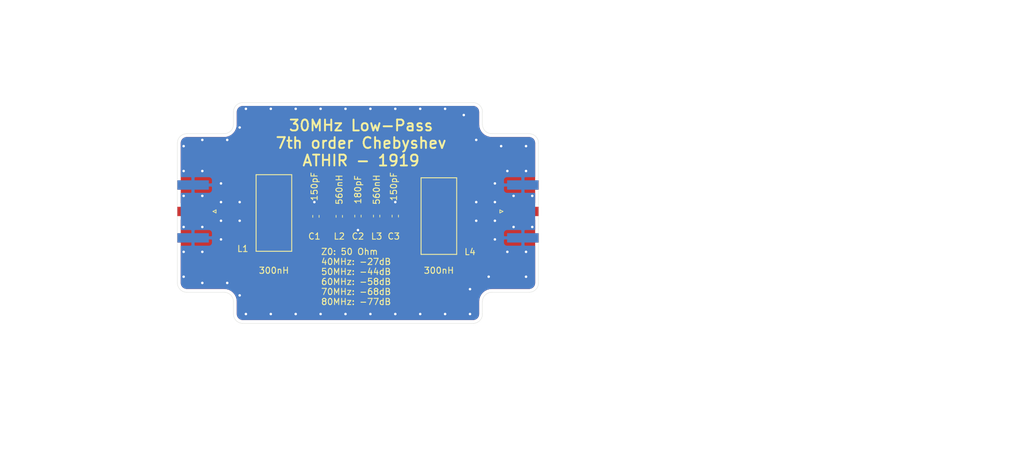
<source format=kicad_pcb>
(kicad_pcb (version 20171130) (host pcbnew "(5.1.0)-1")

  (general
    (thickness 1.6)
    (drawings 26)
    (tracks 87)
    (zones 0)
    (modules 9)
    (nets 7)
  )

  (page A4)
  (layers
    (0 F.Cu signal)
    (31 B.Cu signal)
    (32 B.Adhes user)
    (33 F.Adhes user)
    (34 B.Paste user)
    (35 F.Paste user)
    (36 B.SilkS user)
    (37 F.SilkS user)
    (38 B.Mask user)
    (39 F.Mask user)
    (40 Dwgs.User user)
    (41 Cmts.User user)
    (42 Eco1.User user)
    (43 Eco2.User user)
    (44 Edge.Cuts user)
    (45 Margin user)
    (46 B.CrtYd user)
    (47 F.CrtYd user)
    (48 B.Fab user)
    (49 F.Fab user)
  )

  (setup
    (last_trace_width 0.25)
    (trace_clearance 0.2)
    (zone_clearance 0.508)
    (zone_45_only no)
    (trace_min 0.2)
    (via_size 0.8)
    (via_drill 0.4)
    (via_min_size 0.4)
    (via_min_drill 0.3)
    (uvia_size 0.3)
    (uvia_drill 0.1)
    (uvias_allowed no)
    (uvia_min_size 0.2)
    (uvia_min_drill 0.1)
    (edge_width 0.05)
    (segment_width 0.2)
    (pcb_text_width 0.3)
    (pcb_text_size 1.5 1.5)
    (mod_edge_width 0.12)
    (mod_text_size 1 1)
    (mod_text_width 0.15)
    (pad_size 1.524 1.524)
    (pad_drill 0.762)
    (pad_to_mask_clearance 0.051)
    (solder_mask_min_width 0.25)
    (aux_axis_origin 116 95)
    (visible_elements 7FFFFFFF)
    (pcbplotparams
      (layerselection 0x010fc_ffffffff)
      (usegerberextensions true)
      (usegerberattributes false)
      (usegerberadvancedattributes false)
      (creategerberjobfile false)
      (excludeedgelayer true)
      (linewidth 0.100000)
      (plotframeref false)
      (viasonmask false)
      (mode 1)
      (useauxorigin false)
      (hpglpennumber 1)
      (hpglpenspeed 20)
      (hpglpendiameter 15.000000)
      (psnegative false)
      (psa4output false)
      (plotreference true)
      (plotvalue true)
      (plotinvisibletext false)
      (padsonsilk false)
      (subtractmaskfromsilk false)
      (outputformat 1)
      (mirror false)
      (drillshape 0)
      (scaleselection 1)
      (outputdirectory "Gerbers - Rev 1 - 1919/"))
  )

  (net 0 "")
  (net 1 GND)
  (net 2 "Net-(C1-Pad1)")
  (net 3 "Net-(C2-Pad1)")
  (net 4 "Net-(C3-Pad1)")
  (net 5 "Net-(J1-Pad1)")
  (net 6 "Net-(J2-Pad1)")

  (net_class Default "This is the default net class."
    (clearance 0.2)
    (trace_width 0.25)
    (via_dia 0.8)
    (via_drill 0.4)
    (uvia_dia 0.3)
    (uvia_drill 0.1)
    (add_net GND)
    (add_net "Net-(C1-Pad1)")
    (add_net "Net-(C2-Pad1)")
    (add_net "Net-(C3-Pad1)")
    (add_net "Net-(J1-Pad1)")
    (add_net "Net-(J2-Pad1)")
  )

  (module athir:2222SQ-301 (layer F.Cu) (tedit 5CD458BA) (tstamp 5CD36AAD)
    (at 158 113.25 270)
    (path /5CD4408D)
    (fp_text reference L4 (at 5.75 -5) (layer F.SilkS)
      (effects (font (size 1 1) (thickness 0.15)))
    )
    (fp_text value 300nH (at 8.75 0) (layer F.SilkS)
      (effects (font (size 1 1) (thickness 0.15)))
    )
    (fp_line (start -6.1605 2.86) (end 6.1605 2.86) (layer F.SilkS) (width 0.15))
    (fp_line (start 6.1605 -2.86) (end -6.1605 -2.86) (layer F.SilkS) (width 0.15))
    (fp_line (start -6.1605 2.86) (end -6.1605 -2.86) (layer F.SilkS) (width 0.15))
    (fp_line (start 6.1605 2.86) (end 6.1605 -2.86) (layer F.SilkS) (width 0.15))
    (pad 2 smd rect (at -5.59 0 270) (size 2.16 6.73) (layers F.Cu F.Paste F.Mask)
      (net 6 "Net-(J2-Pad1)"))
    (pad 1 smd rect (at 5.59 0 270) (size 2.16 6.73) (layers F.Cu F.Paste F.Mask)
      (net 4 "Net-(C3-Pad1)"))
    (model ${ATHIR}/athir.pretty/Coilcraft-2222SQ-301.STEP
      (offset (xyz -5.5 0 4))
      (scale (xyz 1 1 1))
      (rotate (xyz -90 0 90))
    )
  )

  (module athir:2222SQ-301 (layer F.Cu) (tedit 5CD458BA) (tstamp 5CD368EE)
    (at 131.5 112.75 90)
    (path /5CD3E1FB)
    (fp_text reference L1 (at -5.75 -5 180) (layer F.SilkS)
      (effects (font (size 1 1) (thickness 0.15)))
    )
    (fp_text value 300nH (at -9.25 0 180) (layer F.SilkS)
      (effects (font (size 1 1) (thickness 0.15)))
    )
    (fp_line (start -6.1605 2.86) (end 6.1605 2.86) (layer F.SilkS) (width 0.15))
    (fp_line (start 6.1605 -2.86) (end -6.1605 -2.86) (layer F.SilkS) (width 0.15))
    (fp_line (start -6.1605 2.86) (end -6.1605 -2.86) (layer F.SilkS) (width 0.15))
    (fp_line (start 6.1605 2.86) (end 6.1605 -2.86) (layer F.SilkS) (width 0.15))
    (pad 2 smd rect (at -5.59 0 90) (size 2.16 6.73) (layers F.Cu F.Paste F.Mask)
      (net 2 "Net-(C1-Pad1)"))
    (pad 1 smd rect (at 5.59 0 90) (size 2.16 6.73) (layers F.Cu F.Paste F.Mask)
      (net 5 "Net-(J1-Pad1)"))
    (model ${ATHIR}/athir.pretty/Coilcraft-2222SQ-301.STEP
      (offset (xyz -5.5 0 4))
      (scale (xyz 1 1 1))
      (rotate (xyz -90 0 90))
    )
  )

  (module Inductor_SMD:L_0603_1608Metric (layer F.Cu) (tedit 5B301BBE) (tstamp 5CD36910)
    (at 148 113.25 270)
    (descr "Inductor SMD 0603 (1608 Metric), square (rectangular) end terminal, IPC_7351 nominal, (Body size source: http://www.tortai-tech.com/upload/download/2011102023233369053.pdf), generated with kicad-footprint-generator")
    (tags inductor)
    (path /5CD45D27)
    (attr smd)
    (fp_text reference L3 (at 3.25 0) (layer F.SilkS)
      (effects (font (size 1 1) (thickness 0.15)))
    )
    (fp_text value 560nH (at -4.25 0 270) (layer F.SilkS)
      (effects (font (size 1 1) (thickness 0.15)))
    )
    (fp_text user %R (at 0 0 270) (layer F.Fab)
      (effects (font (size 0.4 0.4) (thickness 0.06)))
    )
    (fp_line (start 1.48 0.73) (end -1.48 0.73) (layer F.CrtYd) (width 0.05))
    (fp_line (start 1.48 -0.73) (end 1.48 0.73) (layer F.CrtYd) (width 0.05))
    (fp_line (start -1.48 -0.73) (end 1.48 -0.73) (layer F.CrtYd) (width 0.05))
    (fp_line (start -1.48 0.73) (end -1.48 -0.73) (layer F.CrtYd) (width 0.05))
    (fp_line (start -0.162779 0.51) (end 0.162779 0.51) (layer F.SilkS) (width 0.12))
    (fp_line (start -0.162779 -0.51) (end 0.162779 -0.51) (layer F.SilkS) (width 0.12))
    (fp_line (start 0.8 0.4) (end -0.8 0.4) (layer F.Fab) (width 0.1))
    (fp_line (start 0.8 -0.4) (end 0.8 0.4) (layer F.Fab) (width 0.1))
    (fp_line (start -0.8 -0.4) (end 0.8 -0.4) (layer F.Fab) (width 0.1))
    (fp_line (start -0.8 0.4) (end -0.8 -0.4) (layer F.Fab) (width 0.1))
    (pad 2 smd roundrect (at 0.7875 0 270) (size 0.875 0.95) (layers F.Cu F.Paste F.Mask) (roundrect_rratio 0.25)
      (net 4 "Net-(C3-Pad1)"))
    (pad 1 smd roundrect (at -0.7875 0 270) (size 0.875 0.95) (layers F.Cu F.Paste F.Mask) (roundrect_rratio 0.25)
      (net 3 "Net-(C2-Pad1)"))
    (model ${KISYS3DMOD}/Inductor_SMD.3dshapes/L_0603_1608Metric.wrl
      (at (xyz 0 0 0))
      (scale (xyz 1 1 1))
      (rotate (xyz 0 0 0))
    )
  )

  (module Inductor_SMD:L_0603_1608Metric (layer F.Cu) (tedit 5B301BBE) (tstamp 5CD368FF)
    (at 142 113.2875 90)
    (descr "Inductor SMD 0603 (1608 Metric), square (rectangular) end terminal, IPC_7351 nominal, (Body size source: http://www.tortai-tech.com/upload/download/2011102023233369053.pdf), generated with kicad-footprint-generator")
    (tags inductor)
    (path /5CD4502B)
    (attr smd)
    (fp_text reference L2 (at -3.2125 0 180) (layer F.SilkS)
      (effects (font (size 1 1) (thickness 0.15)))
    )
    (fp_text value 560nH (at 4.2875 0 270) (layer F.SilkS)
      (effects (font (size 1 1) (thickness 0.15)))
    )
    (fp_text user %R (at 0 0 90) (layer F.Fab)
      (effects (font (size 0.4 0.4) (thickness 0.06)))
    )
    (fp_line (start 1.48 0.73) (end -1.48 0.73) (layer F.CrtYd) (width 0.05))
    (fp_line (start 1.48 -0.73) (end 1.48 0.73) (layer F.CrtYd) (width 0.05))
    (fp_line (start -1.48 -0.73) (end 1.48 -0.73) (layer F.CrtYd) (width 0.05))
    (fp_line (start -1.48 0.73) (end -1.48 -0.73) (layer F.CrtYd) (width 0.05))
    (fp_line (start -0.162779 0.51) (end 0.162779 0.51) (layer F.SilkS) (width 0.12))
    (fp_line (start -0.162779 -0.51) (end 0.162779 -0.51) (layer F.SilkS) (width 0.12))
    (fp_line (start 0.8 0.4) (end -0.8 0.4) (layer F.Fab) (width 0.1))
    (fp_line (start 0.8 -0.4) (end 0.8 0.4) (layer F.Fab) (width 0.1))
    (fp_line (start -0.8 -0.4) (end 0.8 -0.4) (layer F.Fab) (width 0.1))
    (fp_line (start -0.8 0.4) (end -0.8 -0.4) (layer F.Fab) (width 0.1))
    (pad 2 smd roundrect (at 0.7875 0 90) (size 0.875 0.95) (layers F.Cu F.Paste F.Mask) (roundrect_rratio 0.25)
      (net 3 "Net-(C2-Pad1)"))
    (pad 1 smd roundrect (at -0.7875 0 90) (size 0.875 0.95) (layers F.Cu F.Paste F.Mask) (roundrect_rratio 0.25)
      (net 2 "Net-(C1-Pad1)"))
    (model ${KISYS3DMOD}/Inductor_SMD.3dshapes/L_0603_1608Metric.wrl
      (at (xyz 0 0 0))
      (scale (xyz 1 1 1))
      (rotate (xyz 0 0 0))
    )
  )

  (module Connector_Coaxial:SMA_Amphenol_132289_EdgeMount (layer F.Cu) (tedit 5A1C1810) (tstamp 5CD368E4)
    (at 171.5 112.5)
    (descr http://www.amphenolrf.com/132289.html)
    (tags SMA)
    (path /5CD39762)
    (attr smd)
    (fp_text reference J2 (at -3.96 -3 90) (layer F.SilkS) hide
      (effects (font (size 1 1) (thickness 0.15)))
    )
    (fp_text value Conn_Coaxial (at 5 6) (layer F.Fab)
      (effects (font (size 1 1) (thickness 0.15)))
    )
    (fp_line (start -1.91 5.08) (end 4.445 5.08) (layer F.Fab) (width 0.1))
    (fp_line (start -1.91 3.81) (end -1.91 5.08) (layer F.Fab) (width 0.1))
    (fp_line (start 2.54 3.81) (end -1.91 3.81) (layer F.Fab) (width 0.1))
    (fp_line (start 2.54 -3.81) (end 2.54 3.81) (layer F.Fab) (width 0.1))
    (fp_line (start -1.91 -3.81) (end 2.54 -3.81) (layer F.Fab) (width 0.1))
    (fp_line (start -1.91 -5.08) (end -1.91 -3.81) (layer F.Fab) (width 0.1))
    (fp_line (start -1.91 -5.08) (end 4.445 -5.08) (layer F.Fab) (width 0.1))
    (fp_line (start 4.445 -3.81) (end 4.445 -5.08) (layer F.Fab) (width 0.1))
    (fp_line (start 4.445 5.08) (end 4.445 3.81) (layer F.Fab) (width 0.1))
    (fp_line (start 13.97 3.81) (end 4.445 3.81) (layer F.Fab) (width 0.1))
    (fp_line (start 13.97 -3.81) (end 13.97 3.81) (layer F.Fab) (width 0.1))
    (fp_line (start 4.445 -3.81) (end 13.97 -3.81) (layer F.Fab) (width 0.1))
    (fp_line (start -3.04 5.58) (end -3.04 -5.58) (layer B.CrtYd) (width 0.05))
    (fp_line (start 14.47 5.58) (end -3.04 5.58) (layer B.CrtYd) (width 0.05))
    (fp_line (start 14.47 -5.58) (end 14.47 5.58) (layer B.CrtYd) (width 0.05))
    (fp_line (start 14.47 -5.58) (end -3.04 -5.58) (layer B.CrtYd) (width 0.05))
    (fp_line (start -3.04 5.58) (end -3.04 -5.58) (layer F.CrtYd) (width 0.05))
    (fp_line (start 14.47 5.58) (end -3.04 5.58) (layer F.CrtYd) (width 0.05))
    (fp_line (start 14.47 -5.58) (end 14.47 5.58) (layer F.CrtYd) (width 0.05))
    (fp_line (start 14.47 -5.58) (end -3.04 -5.58) (layer F.CrtYd) (width 0.05))
    (fp_text user %R (at 4.79 0 270) (layer F.Fab)
      (effects (font (size 1 1) (thickness 0.15)))
    )
    (fp_line (start 2.54 -0.75) (end 3.54 0) (layer F.Fab) (width 0.1))
    (fp_line (start 3.54 0) (end 2.54 0.75) (layer F.Fab) (width 0.1))
    (fp_line (start -3.21 0) (end -3.71 -0.25) (layer F.SilkS) (width 0.12))
    (fp_line (start -3.71 -0.25) (end -3.71 0.25) (layer F.SilkS) (width 0.12))
    (fp_line (start -3.71 0.25) (end -3.21 0) (layer F.SilkS) (width 0.12))
    (pad 1 smd rect (at 0 0 90) (size 1.5 5.08) (layers F.Cu F.Paste F.Mask)
      (net 6 "Net-(J2-Pad1)"))
    (pad 2 smd rect (at 0 -4.25 90) (size 1.5 5.08) (layers F.Cu F.Paste F.Mask)
      (net 1 GND))
    (pad 2 smd rect (at 0 4.25 90) (size 1.5 5.08) (layers F.Cu F.Paste F.Mask)
      (net 1 GND))
    (pad 2 smd rect (at 0 -4.25 90) (size 1.5 5.08) (layers B.Cu B.Paste B.Mask)
      (net 1 GND))
    (pad 2 smd rect (at 0 4.25 90) (size 1.5 5.08) (layers B.Cu B.Paste B.Mask)
      (net 1 GND))
    (model ${KISYS3DMOD}/Connector_Coaxial.3dshapes/SMA_Amphenol_132289_EdgeMount.wrl
      (at (xyz 0 0 0))
      (scale (xyz 1 1 1))
      (rotate (xyz 0 0 0))
    )
    (model C:/Gits/rf-receiver/Hardware/sma4.x3d
      (offset (xyz 3.5 0 0))
      (scale (xyz 1 1 1))
      (rotate (xyz 0 0 0))
    )
  )

  (module Connector_Coaxial:SMA_Amphenol_132289_EdgeMount (layer F.Cu) (tedit 5A1C1810) (tstamp 5CD5ACA9)
    (at 118.5 112.5 180)
    (descr http://www.amphenolrf.com/132289.html)
    (tags SMA)
    (path /5CD3A321)
    (attr smd)
    (fp_text reference J1 (at -3.96 -3 270) (layer F.SilkS) hide
      (effects (font (size 1 1) (thickness 0.15)))
    )
    (fp_text value Conn_Coaxial (at 5 6 180) (layer F.Fab)
      (effects (font (size 1 1) (thickness 0.15)))
    )
    (fp_line (start -1.91 5.08) (end 4.445 5.08) (layer F.Fab) (width 0.1))
    (fp_line (start -1.91 3.81) (end -1.91 5.08) (layer F.Fab) (width 0.1))
    (fp_line (start 2.54 3.81) (end -1.91 3.81) (layer F.Fab) (width 0.1))
    (fp_line (start 2.54 -3.81) (end 2.54 3.81) (layer F.Fab) (width 0.1))
    (fp_line (start -1.91 -3.81) (end 2.54 -3.81) (layer F.Fab) (width 0.1))
    (fp_line (start -1.91 -5.08) (end -1.91 -3.81) (layer F.Fab) (width 0.1))
    (fp_line (start -1.91 -5.08) (end 4.445 -5.08) (layer F.Fab) (width 0.1))
    (fp_line (start 4.445 -3.81) (end 4.445 -5.08) (layer F.Fab) (width 0.1))
    (fp_line (start 4.445 5.08) (end 4.445 3.81) (layer F.Fab) (width 0.1))
    (fp_line (start 13.97 3.81) (end 4.445 3.81) (layer F.Fab) (width 0.1))
    (fp_line (start 13.97 -3.81) (end 13.97 3.81) (layer F.Fab) (width 0.1))
    (fp_line (start 4.445 -3.81) (end 13.97 -3.81) (layer F.Fab) (width 0.1))
    (fp_line (start -3.04 5.58) (end -3.04 -5.58) (layer B.CrtYd) (width 0.05))
    (fp_line (start 14.47 5.58) (end -3.04 5.58) (layer B.CrtYd) (width 0.05))
    (fp_line (start 14.47 -5.58) (end 14.47 5.58) (layer B.CrtYd) (width 0.05))
    (fp_line (start 14.47 -5.58) (end -3.04 -5.58) (layer B.CrtYd) (width 0.05))
    (fp_line (start -3.04 5.58) (end -3.04 -5.58) (layer F.CrtYd) (width 0.05))
    (fp_line (start 14.47 5.58) (end -3.04 5.58) (layer F.CrtYd) (width 0.05))
    (fp_line (start 14.47 -5.58) (end 14.47 5.58) (layer F.CrtYd) (width 0.05))
    (fp_line (start 14.47 -5.58) (end -3.04 -5.58) (layer F.CrtYd) (width 0.05))
    (fp_text user %R (at 4.79 0 90) (layer F.Fab)
      (effects (font (size 1 1) (thickness 0.15)))
    )
    (fp_line (start 2.54 -0.75) (end 3.54 0) (layer F.Fab) (width 0.1))
    (fp_line (start 3.54 0) (end 2.54 0.75) (layer F.Fab) (width 0.1))
    (fp_line (start -3.21 0) (end -3.71 -0.25) (layer F.SilkS) (width 0.12))
    (fp_line (start -3.71 -0.25) (end -3.71 0.25) (layer F.SilkS) (width 0.12))
    (fp_line (start -3.71 0.25) (end -3.21 0) (layer F.SilkS) (width 0.12))
    (pad 1 smd rect (at 0 0 270) (size 1.5 5.08) (layers F.Cu F.Paste F.Mask)
      (net 5 "Net-(J1-Pad1)"))
    (pad 2 smd rect (at 0 -4.25 270) (size 1.5 5.08) (layers F.Cu F.Paste F.Mask)
      (net 1 GND))
    (pad 2 smd rect (at 0 4.25 270) (size 1.5 5.08) (layers F.Cu F.Paste F.Mask)
      (net 1 GND))
    (pad 2 smd rect (at 0 -4.25 270) (size 1.5 5.08) (layers B.Cu B.Paste B.Mask)
      (net 1 GND))
    (pad 2 smd rect (at 0 4.25 270) (size 1.5 5.08) (layers B.Cu B.Paste B.Mask)
      (net 1 GND))
    (model ${KISYS3DMOD}/Connector_Coaxial.3dshapes/SMA_Amphenol_132289_EdgeMount.wrl
      (at (xyz 0 0 0))
      (scale (xyz 1 1 1))
      (rotate (xyz 0 0 0))
    )
    (model C:/Gits/rf-receiver/Hardware/sma4.x3d
      (offset (xyz 3.5 0 0))
      (scale (xyz 1 1 1))
      (rotate (xyz 0 0 0))
    )
  )

  (module Capacitor_SMD:C_0603_1608Metric (layer F.Cu) (tedit 5B301BBE) (tstamp 5CD3689E)
    (at 151 113.25 90)
    (descr "Capacitor SMD 0603 (1608 Metric), square (rectangular) end terminal, IPC_7351 nominal, (Body size source: http://www.tortai-tech.com/upload/download/2011102023233369053.pdf), generated with kicad-footprint-generator")
    (tags capacitor)
    (path /5CD4189A)
    (attr smd)
    (fp_text reference C3 (at -3.25 -0.25 180) (layer F.SilkS)
      (effects (font (size 1 1) (thickness 0.15)))
    )
    (fp_text value 150pF (at 4.75 -0.25 90) (layer F.SilkS)
      (effects (font (size 1 1) (thickness 0.15)))
    )
    (fp_text user %R (at 0 0 90) (layer F.Fab)
      (effects (font (size 0.4 0.4) (thickness 0.06)))
    )
    (fp_line (start 1.48 0.73) (end -1.48 0.73) (layer F.CrtYd) (width 0.05))
    (fp_line (start 1.48 -0.73) (end 1.48 0.73) (layer F.CrtYd) (width 0.05))
    (fp_line (start -1.48 -0.73) (end 1.48 -0.73) (layer F.CrtYd) (width 0.05))
    (fp_line (start -1.48 0.73) (end -1.48 -0.73) (layer F.CrtYd) (width 0.05))
    (fp_line (start -0.162779 0.51) (end 0.162779 0.51) (layer F.SilkS) (width 0.12))
    (fp_line (start -0.162779 -0.51) (end 0.162779 -0.51) (layer F.SilkS) (width 0.12))
    (fp_line (start 0.8 0.4) (end -0.8 0.4) (layer F.Fab) (width 0.1))
    (fp_line (start 0.8 -0.4) (end 0.8 0.4) (layer F.Fab) (width 0.1))
    (fp_line (start -0.8 -0.4) (end 0.8 -0.4) (layer F.Fab) (width 0.1))
    (fp_line (start -0.8 0.4) (end -0.8 -0.4) (layer F.Fab) (width 0.1))
    (pad 2 smd roundrect (at 0.7875 0 90) (size 0.875 0.95) (layers F.Cu F.Paste F.Mask) (roundrect_rratio 0.25)
      (net 1 GND))
    (pad 1 smd roundrect (at -0.7875 0 90) (size 0.875 0.95) (layers F.Cu F.Paste F.Mask) (roundrect_rratio 0.25)
      (net 4 "Net-(C3-Pad1)"))
    (model ${KISYS3DMOD}/Capacitor_SMD.3dshapes/C_0603_1608Metric.wrl
      (at (xyz 0 0 0))
      (scale (xyz 1 1 1))
      (rotate (xyz 0 0 0))
    )
  )

  (module Capacitor_SMD:C_0603_1608Metric (layer F.Cu) (tedit 5B301BBE) (tstamp 5CD3688D)
    (at 145 113.25 270)
    (descr "Capacitor SMD 0603 (1608 Metric), square (rectangular) end terminal, IPC_7351 nominal, (Body size source: http://www.tortai-tech.com/upload/download/2011102023233369053.pdf), generated with kicad-footprint-generator")
    (tags capacitor)
    (path /5CD435C7)
    (attr smd)
    (fp_text reference C2 (at 3.25 0) (layer F.SilkS)
      (effects (font (size 1 1) (thickness 0.15)))
    )
    (fp_text value 180pF (at -4.25 0 270) (layer F.SilkS)
      (effects (font (size 1 1) (thickness 0.15)))
    )
    (fp_text user %R (at 0 0 270) (layer F.Fab)
      (effects (font (size 0.4 0.4) (thickness 0.06)))
    )
    (fp_line (start 1.48 0.73) (end -1.48 0.73) (layer F.CrtYd) (width 0.05))
    (fp_line (start 1.48 -0.73) (end 1.48 0.73) (layer F.CrtYd) (width 0.05))
    (fp_line (start -1.48 -0.73) (end 1.48 -0.73) (layer F.CrtYd) (width 0.05))
    (fp_line (start -1.48 0.73) (end -1.48 -0.73) (layer F.CrtYd) (width 0.05))
    (fp_line (start -0.162779 0.51) (end 0.162779 0.51) (layer F.SilkS) (width 0.12))
    (fp_line (start -0.162779 -0.51) (end 0.162779 -0.51) (layer F.SilkS) (width 0.12))
    (fp_line (start 0.8 0.4) (end -0.8 0.4) (layer F.Fab) (width 0.1))
    (fp_line (start 0.8 -0.4) (end 0.8 0.4) (layer F.Fab) (width 0.1))
    (fp_line (start -0.8 -0.4) (end 0.8 -0.4) (layer F.Fab) (width 0.1))
    (fp_line (start -0.8 0.4) (end -0.8 -0.4) (layer F.Fab) (width 0.1))
    (pad 2 smd roundrect (at 0.7875 0 270) (size 0.875 0.95) (layers F.Cu F.Paste F.Mask) (roundrect_rratio 0.25)
      (net 1 GND))
    (pad 1 smd roundrect (at -0.7875 0 270) (size 0.875 0.95) (layers F.Cu F.Paste F.Mask) (roundrect_rratio 0.25)
      (net 3 "Net-(C2-Pad1)"))
    (model ${KISYS3DMOD}/Capacitor_SMD.3dshapes/C_0603_1608Metric.wrl
      (at (xyz 0 0 0))
      (scale (xyz 1 1 1))
      (rotate (xyz 0 0 0))
    )
  )

  (module Capacitor_SMD:C_0603_1608Metric (layer F.Cu) (tedit 5B301BBE) (tstamp 5CD3687C)
    (at 138.25 113.2875 90)
    (descr "Capacitor SMD 0603 (1608 Metric), square (rectangular) end terminal, IPC_7351 nominal, (Body size source: http://www.tortai-tech.com/upload/download/2011102023233369053.pdf), generated with kicad-footprint-generator")
    (tags capacitor)
    (path /5CD3218D)
    (attr smd)
    (fp_text reference C1 (at -3.2125 -0.25 180) (layer F.SilkS)
      (effects (font (size 1 1) (thickness 0.15)))
    )
    (fp_text value 150pF (at 4.7875 -0.25 270) (layer F.SilkS)
      (effects (font (size 1 1) (thickness 0.15)))
    )
    (fp_text user %R (at 0 0 90) (layer F.Fab)
      (effects (font (size 0.4 0.4) (thickness 0.06)))
    )
    (fp_line (start 1.48 0.73) (end -1.48 0.73) (layer F.CrtYd) (width 0.05))
    (fp_line (start 1.48 -0.73) (end 1.48 0.73) (layer F.CrtYd) (width 0.05))
    (fp_line (start -1.48 -0.73) (end 1.48 -0.73) (layer F.CrtYd) (width 0.05))
    (fp_line (start -1.48 0.73) (end -1.48 -0.73) (layer F.CrtYd) (width 0.05))
    (fp_line (start -0.162779 0.51) (end 0.162779 0.51) (layer F.SilkS) (width 0.12))
    (fp_line (start -0.162779 -0.51) (end 0.162779 -0.51) (layer F.SilkS) (width 0.12))
    (fp_line (start 0.8 0.4) (end -0.8 0.4) (layer F.Fab) (width 0.1))
    (fp_line (start 0.8 -0.4) (end 0.8 0.4) (layer F.Fab) (width 0.1))
    (fp_line (start -0.8 -0.4) (end 0.8 -0.4) (layer F.Fab) (width 0.1))
    (fp_line (start -0.8 0.4) (end -0.8 -0.4) (layer F.Fab) (width 0.1))
    (pad 2 smd roundrect (at 0.7875 0 90) (size 0.875 0.95) (layers F.Cu F.Paste F.Mask) (roundrect_rratio 0.25)
      (net 1 GND))
    (pad 1 smd roundrect (at -0.7875 0 90) (size 0.875 0.95) (layers F.Cu F.Paste F.Mask) (roundrect_rratio 0.25)
      (net 2 "Net-(C1-Pad1)"))
    (model ${KISYS3DMOD}/Capacitor_SMD.3dshapes/C_0603_1608Metric.wrl
      (at (xyz 0 0 0))
      (scale (xyz 1 1 1))
      (rotate (xyz 0 0 0))
    )
  )

  (gr_text "Z0: 50 Ohm\n40MHz: -27dB\n50MHz: -44dB\n60MHz: -58dB\n70MHz: -68dB\n80MHz: -77dB" (at 139 123) (layer F.SilkS) (tstamp 5CD5AF51)
    (effects (font (size 1 1) (thickness 0.15)) (justify left))
  )
  (gr_text "30MHz Low-Pass\n7th order Chebyshev\nATHIR - 1919" (at 145.5 101.5) (layer F.SilkS)
    (effects (font (size 1.75 1.75) (thickness 0.3)))
  )
  (gr_line (start 117.5 125.5) (end 123.5 125.5) (layer Edge.Cuts) (width 0.05) (tstamp 5CD59458))
  (gr_arc (start 117.5 124) (end 116 124) (angle -90) (layer Edge.Cuts) (width 0.05) (tstamp 5CD59457))
  (gr_arc (start 126.5 129) (end 125 129) (angle -90) (layer Edge.Cuts) (width 0.05) (tstamp 5CD59456))
  (gr_line (start 125 129) (end 125 127) (layer Edge.Cuts) (width 0.05) (tstamp 5CD59455))
  (gr_arc (start 123.5 127) (end 125 127) (angle -90) (layer Edge.Cuts) (width 0.05) (tstamp 5CD59454))
  (gr_arc (start 172.5 124) (end 172.5 125.5) (angle -90) (layer Edge.Cuts) (width 0.05) (tstamp 5CD59439))
  (gr_line (start 166.5 125.5) (end 172.5 125.5) (layer Edge.Cuts) (width 0.05) (tstamp 5CD59438))
  (gr_arc (start 163.5 129) (end 163.5 130.5) (angle -90) (layer Edge.Cuts) (width 0.05) (tstamp 5CD59437))
  (gr_line (start 165 129) (end 165 127) (layer Edge.Cuts) (width 0.05) (tstamp 5CD59436))
  (gr_line (start 163.5 130.5) (end 126.5 130.5) (layer Edge.Cuts) (width 0.05) (tstamp 5CD59435))
  (gr_arc (start 166.5 127) (end 166.5 125.5) (angle -90) (layer Edge.Cuts) (width 0.05) (tstamp 5CD59434))
  (gr_arc (start 117.5 101.5) (end 117.5 100) (angle -90) (layer Edge.Cuts) (width 0.05) (tstamp 5CD59423))
  (gr_line (start 172.5 100) (end 166.5 100) (layer Edge.Cuts) (width 0.05) (tstamp 5CD5941F))
  (gr_arc (start 172.5 101.5) (end 174 101.5) (angle -90) (layer Edge.Cuts) (width 0.05) (tstamp 5CD59415))
  (gr_arc (start 126.5 96.5) (end 126.5 95) (angle -90) (layer Edge.Cuts) (width 0.05) (tstamp 5CD59393))
  (gr_line (start 125 96.5) (end 125 98.5) (layer Edge.Cuts) (width 0.05) (tstamp 5CD59392))
  (gr_arc (start 123.5 98.5) (end 123.5 100) (angle -90) (layer Edge.Cuts) (width 0.05) (tstamp 5CD593DF))
  (gr_line (start 165 96.5) (end 165 98.5) (layer Edge.Cuts) (width 0.05) (tstamp 5CD5938D))
  (gr_arc (start 163.5 96.5) (end 165 96.5) (angle -90) (layer Edge.Cuts) (width 0.05) (tstamp 5CD59382))
  (gr_line (start 123.5 100) (end 117.5 100) (layer Edge.Cuts) (width 0.05) (tstamp 5CD5937B))
  (gr_arc (start 166.5 98.5) (end 165 98.5) (angle -90) (layer Edge.Cuts) (width 0.05) (tstamp 5CD45E0B))
  (gr_line (start 116 124) (end 116 101.5) (layer Edge.Cuts) (width 0.05) (tstamp 5CD45979))
  (gr_line (start 174 101.5) (end 174 124) (layer Edge.Cuts) (width 0.05))
  (gr_line (start 126.5 95) (end 163.5 95) (layer Edge.Cuts) (width 0.05))

  (via (at 162 97) (size 0.8) (drill 0.4) (layers F.Cu B.Cu) (net 1))
  (via (at 164 101) (size 0.8) (drill 0.4) (layers F.Cu B.Cu) (net 1))
  (via (at 168 102) (size 0.8) (drill 0.4) (layers F.Cu B.Cu) (net 1))
  (via (at 172 102) (size 0.8) (drill 0.4) (layers F.Cu B.Cu) (net 1))
  (via (at 172 106) (size 0.8) (drill 0.4) (layers F.Cu B.Cu) (net 1))
  (via (at 169 106) (size 0.8) (drill 0.4) (layers F.Cu B.Cu) (net 1))
  (via (at 167 108) (size 0.8) (drill 0.4) (layers F.Cu B.Cu) (net 1))
  (via (at 167 111) (size 0.8) (drill 0.4) (layers F.Cu B.Cu) (net 1))
  (via (at 164 111) (size 0.8) (drill 0.4) (layers F.Cu B.Cu) (net 1))
  (via (at 164 114) (size 0.8) (drill 0.4) (layers F.Cu B.Cu) (net 1))
  (via (at 167 114) (size 0.8) (drill 0.4) (layers F.Cu B.Cu) (net 1))
  (via (at 167 117) (size 0.8) (drill 0.4) (layers F.Cu B.Cu) (net 1))
  (via (at 169 119) (size 0.8) (drill 0.4) (layers F.Cu B.Cu) (net 1))
  (via (at 172 119) (size 0.8) (drill 0.4) (layers F.Cu B.Cu) (net 1))
  (via (at 172 123) (size 0.8) (drill 0.4) (layers F.Cu B.Cu) (net 1))
  (via (at 166 123) (size 0.8) (drill 0.4) (layers F.Cu B.Cu) (net 1))
  (via (at 163 125) (size 0.8) (drill 0.4) (layers F.Cu B.Cu) (net 1))
  (via (at 163 129) (size 0.8) (drill 0.4) (layers F.Cu B.Cu) (net 1))
  (via (at 159 129) (size 0.8) (drill 0.4) (layers F.Cu B.Cu) (net 1))
  (via (at 155 129) (size 0.8) (drill 0.4) (layers F.Cu B.Cu) (net 1))
  (via (at 151 129) (size 0.8) (drill 0.4) (layers F.Cu B.Cu) (net 1))
  (via (at 147 129) (size 0.8) (drill 0.4) (layers F.Cu B.Cu) (net 1))
  (via (at 143 129) (size 0.8) (drill 0.4) (layers F.Cu B.Cu) (net 1))
  (via (at 139 129) (size 0.8) (drill 0.4) (layers F.Cu B.Cu) (net 1))
  (via (at 135 129) (size 0.8) (drill 0.4) (layers F.Cu B.Cu) (net 1))
  (via (at 131 129) (size 0.8) (drill 0.4) (layers F.Cu B.Cu) (net 1))
  (via (at 127 129) (size 0.8) (drill 0.4) (layers F.Cu B.Cu) (net 1))
  (via (at 126 126) (size 0.8) (drill 0.4) (layers F.Cu B.Cu) (net 1))
  (via (at 124 124) (size 0.8) (drill 0.4) (layers F.Cu B.Cu) (net 1))
  (via (at 120 124) (size 0.8) (drill 0.4) (layers F.Cu B.Cu) (net 1))
  (via (at 117 123) (size 0.8) (drill 0.4) (layers F.Cu B.Cu) (net 1))
  (via (at 117 119) (size 0.8) (drill 0.4) (layers F.Cu B.Cu) (net 1))
  (via (at 120 119) (size 0.8) (drill 0.4) (layers F.Cu B.Cu) (net 1))
  (via (at 123 117) (size 0.8) (drill 0.4) (layers F.Cu B.Cu) (net 1))
  (via (at 123 114) (size 0.8) (drill 0.4) (layers F.Cu B.Cu) (net 1))
  (via (at 126 114) (size 0.8) (drill 0.4) (layers F.Cu B.Cu) (net 1))
  (via (at 126 111) (size 0.8) (drill 0.4) (layers F.Cu B.Cu) (net 1))
  (via (at 123 111) (size 0.8) (drill 0.4) (layers F.Cu B.Cu) (net 1))
  (via (at 123 108) (size 0.8) (drill 0.4) (layers F.Cu B.Cu) (net 1))
  (via (at 120 106) (size 0.8) (drill 0.4) (layers F.Cu B.Cu) (net 1))
  (via (at 117 106) (size 0.8) (drill 0.4) (layers F.Cu B.Cu) (net 1))
  (via (at 117 102) (size 0.8) (drill 0.4) (layers F.Cu B.Cu) (net 1))
  (via (at 120 101) (size 0.8) (drill 0.4) (layers F.Cu B.Cu) (net 1))
  (via (at 124 101) (size 0.8) (drill 0.4) (layers F.Cu B.Cu) (net 1))
  (via (at 126 99) (size 0.8) (drill 0.4) (layers F.Cu B.Cu) (net 1))
  (via (at 127 96) (size 0.8) (drill 0.4) (layers F.Cu B.Cu) (net 1))
  (via (at 131 96) (size 0.8) (drill 0.4) (layers F.Cu B.Cu) (net 1))
  (via (at 135 96) (size 0.8) (drill 0.4) (layers F.Cu B.Cu) (net 1))
  (via (at 139 96) (size 0.8) (drill 0.4) (layers F.Cu B.Cu) (net 1))
  (via (at 143 96) (size 0.8) (drill 0.4) (layers F.Cu B.Cu) (net 1))
  (via (at 147 96) (size 0.8) (drill 0.4) (layers F.Cu B.Cu) (net 1))
  (via (at 151 96) (size 0.8) (drill 0.4) (layers F.Cu B.Cu) (net 1))
  (via (at 155 96) (size 0.8) (drill 0.4) (layers F.Cu B.Cu) (net 1))
  (via (at 159 96) (size 0.8) (drill 0.4) (layers F.Cu B.Cu) (net 1))
  (via (at 151 111) (size 0.8) (drill 0.4) (layers F.Cu B.Cu) (net 1))
  (via (at 145 115.5) (size 0.8) (drill 0.4) (layers F.Cu B.Cu) (net 1))
  (via (at 138 111) (size 0.8) (drill 0.4) (layers F.Cu B.Cu) (net 1))
  (via (at 117 115) (size 0.8) (drill 0.4) (layers F.Cu B.Cu) (net 1))
  (via (at 120 115) (size 0.8) (drill 0.4) (layers F.Cu B.Cu) (net 1))
  (via (at 120 110) (size 0.8) (drill 0.4) (layers F.Cu B.Cu) (net 1))
  (via (at 117 110) (size 0.8) (drill 0.4) (layers F.Cu B.Cu) (net 1))
  (via (at 170 110) (size 0.8) (drill 0.4) (layers F.Cu B.Cu) (net 1))
  (via (at 173 110) (size 0.8) (drill 0.4) (layers F.Cu B.Cu) (net 1))
  (via (at 173 115) (size 0.8) (drill 0.4) (layers F.Cu B.Cu) (net 1))
  (via (at 170 115) (size 0.8) (drill 0.4) (layers F.Cu B.Cu) (net 1))
  (segment (start 137.8 114.075) (end 138.25 114.075) (width 0.25) (layer F.Cu) (net 2))
  (segment (start 132.535 119.34) (end 137.8 114.075) (width 0.25) (layer F.Cu) (net 2))
  (segment (start 130.25 119.34) (end 132.535 119.34) (width 0.25) (layer F.Cu) (net 2))
  (segment (start 141.925 114) (end 142 114.075) (width 0.25) (layer F.Cu) (net 2))
  (segment (start 138.25 114.075) (end 138.325 114) (width 0.25) (layer F.Cu) (net 2))
  (segment (start 138.325 114) (end 141.925 114) (width 0.25) (layer F.Cu) (net 2))
  (segment (start 144.9625 112.5) (end 145 112.4625) (width 0.25) (layer F.Cu) (net 3))
  (segment (start 142 112.5) (end 144.9625 112.5) (width 0.25) (layer F.Cu) (net 3))
  (segment (start 145 112.4625) (end 148 112.4625) (width 0.25) (layer F.Cu) (net 3))
  (segment (start 148 114.0375) (end 150.75 114.0375) (width 0.25) (layer F.Cu) (net 4))
  (segment (start 150.9125 114.0375) (end 150.75 114.0375) (width 0.25) (layer F.Cu) (net 4))
  (segment (start 155.715 118.84) (end 150.9125 114.0375) (width 0.25) (layer F.Cu) (net 4))
  (segment (start 158 118.84) (end 155.715 118.84) (width 0.25) (layer F.Cu) (net 4))
  (segment (start 130.25 109.49) (end 130.25 108.16) (width 0.25) (layer F.Cu) (net 5))
  (segment (start 127.24 112.5) (end 130.25 109.49) (width 0.25) (layer F.Cu) (net 5))
  (segment (start 118.5 112.5) (end 124.24 112.5) (width 0.25) (layer F.Cu) (net 5))
  (segment (start 127.24 112.5) (end 124.5 112.5) (width 0.25) (layer F.Cu) (net 5))
  (segment (start 124.5 112.5) (end 124 112.5) (width 0.25) (layer F.Cu) (net 5))
  (segment (start 158 108.99) (end 158 107.66) (width 0.25) (layer F.Cu) (net 6))
  (segment (start 161.51 112.5) (end 158 108.99) (width 0.25) (layer F.Cu) (net 6))
  (segment (start 169.5 112.5) (end 161.51 112.5) (width 0.25) (layer F.Cu) (net 6))
  (segment (start 166.5 112.5) (end 173.5 112.5) (width 0.25) (layer F.Cu) (net 6))

  (zone (net 1) (net_name GND) (layer F.Cu) (tstamp 5CD5AF75) (hatch edge 0.508)
    (connect_pads yes (clearance 0.508))
    (min_thickness 0.254)
    (fill yes (arc_segments 32) (thermal_gap 0.508) (thermal_bridge_width 0.508))
    (polygon
      (pts
        (xy 229.5 82.5) (xy 100 87.75) (xy 100.5 137.5) (xy 236 141.5)
      )
    )
    (filled_polygon
      (pts
        (xy 163.66254 95.679102) (xy 163.818894 95.726308) (xy 163.963096 95.802982) (xy 164.089663 95.906207) (xy 164.193769 96.032051)
        (xy 164.271447 96.175711) (xy 164.319742 96.331729) (xy 164.34 96.524473) (xy 164.340001 98.532419) (xy 164.342818 98.561018)
        (xy 164.342753 98.570288) (xy 164.343652 98.57946) (xy 164.374252 98.870605) (xy 164.386283 98.929217) (xy 164.397489 98.987963)
        (xy 164.400153 98.996784) (xy 164.486721 99.27644) (xy 164.509899 99.331578) (xy 164.532311 99.38705) (xy 164.536638 99.395186)
        (xy 164.675877 99.652702) (xy 164.709304 99.702259) (xy 164.74208 99.752347) (xy 164.747905 99.759488) (xy 164.93451 99.985056)
        (xy 164.976965 100.027215) (xy 165.018809 100.069945) (xy 165.025909 100.075819) (xy 165.252773 100.260845) (xy 165.302566 100.293927)
        (xy 165.351955 100.327745) (xy 165.360061 100.332127) (xy 165.618542 100.469564) (xy 165.673836 100.492355) (xy 165.728829 100.515925)
        (xy 165.737632 100.51865) (xy 166.017887 100.603264) (xy 166.076564 100.614882) (xy 166.135079 100.62732) (xy 166.144242 100.628283)
        (xy 166.144244 100.628283) (xy 166.435596 100.65685) (xy 166.435598 100.65685) (xy 166.467581 100.66) (xy 172.467723 100.66)
        (xy 172.66254 100.679102) (xy 172.818894 100.726308) (xy 172.963096 100.802982) (xy 173.089663 100.906207) (xy 173.193769 101.032051)
        (xy 173.271447 101.175711) (xy 173.319742 101.331729) (xy 173.34 101.524473) (xy 173.34 111.111928) (xy 168.96 111.111928)
        (xy 168.835518 111.124188) (xy 168.71582 111.160498) (xy 168.605506 111.219463) (xy 168.508815 111.298815) (xy 168.429463 111.395506)
        (xy 168.370498 111.50582) (xy 168.334188 111.625518) (xy 168.322913 111.74) (xy 161.824802 111.74) (xy 159.462873 109.378072)
        (xy 161.365 109.378072) (xy 161.489482 109.365812) (xy 161.60918 109.329502) (xy 161.719494 109.270537) (xy 161.816185 109.191185)
        (xy 161.895537 109.094494) (xy 161.954502 108.98418) (xy 161.990812 108.864482) (xy 162.003072 108.74) (xy 162.003072 106.58)
        (xy 161.990812 106.455518) (xy 161.954502 106.33582) (xy 161.895537 106.225506) (xy 161.816185 106.128815) (xy 161.719494 106.049463)
        (xy 161.60918 105.990498) (xy 161.489482 105.954188) (xy 161.365 105.941928) (xy 154.635 105.941928) (xy 154.510518 105.954188)
        (xy 154.39082 105.990498) (xy 154.280506 106.049463) (xy 154.183815 106.128815) (xy 154.104463 106.225506) (xy 154.045498 106.33582)
        (xy 154.009188 106.455518) (xy 153.996928 106.58) (xy 153.996928 108.74) (xy 154.009188 108.864482) (xy 154.045498 108.98418)
        (xy 154.104463 109.094494) (xy 154.183815 109.191185) (xy 154.280506 109.270537) (xy 154.39082 109.329502) (xy 154.510518 109.365812)
        (xy 154.635 109.378072) (xy 157.345674 109.378072) (xy 157.365026 109.414276) (xy 157.404871 109.462826) (xy 157.459999 109.530001)
        (xy 157.489003 109.553804) (xy 160.946201 113.011003) (xy 160.969999 113.040001) (xy 160.998997 113.063799) (xy 161.085724 113.134974)
        (xy 161.217753 113.205546) (xy 161.361014 113.249003) (xy 161.51 113.263677) (xy 161.547333 113.26) (xy 168.322913 113.26)
        (xy 168.334188 113.374482) (xy 168.370498 113.49418) (xy 168.429463 113.604494) (xy 168.508815 113.701185) (xy 168.605506 113.780537)
        (xy 168.71582 113.839502) (xy 168.835518 113.875812) (xy 168.96 113.888072) (xy 173.340001 113.888072) (xy 173.340001 123.967712)
        (xy 173.320898 124.16254) (xy 173.273692 124.318895) (xy 173.197018 124.463096) (xy 173.093792 124.589664) (xy 172.967951 124.693768)
        (xy 172.824289 124.771447) (xy 172.668271 124.819742) (xy 172.475527 124.84) (xy 166.467581 124.84) (xy 166.438972 124.842818)
        (xy 166.429712 124.842753) (xy 166.420541 124.843652) (xy 166.129395 124.874252) (xy 166.070753 124.88629) (xy 166.012037 124.89749)
        (xy 166.003216 124.900153) (xy 165.72356 124.986721) (xy 165.668422 125.009899) (xy 165.61295 125.032311) (xy 165.604819 125.036635)
        (xy 165.604815 125.036637) (xy 165.604814 125.036638) (xy 165.347298 125.175877) (xy 165.297749 125.209299) (xy 165.247653 125.24208)
        (xy 165.240512 125.247905) (xy 165.014945 125.43451) (xy 164.972804 125.476946) (xy 164.930055 125.518809) (xy 164.924181 125.525909)
        (xy 164.739155 125.752773) (xy 164.706055 125.802592) (xy 164.672256 125.851955) (xy 164.667873 125.860061) (xy 164.530436 126.118542)
        (xy 164.507645 126.173836) (xy 164.484075 126.228829) (xy 164.48135 126.237632) (xy 164.396736 126.517886) (xy 164.385116 126.576571)
        (xy 164.37268 126.635079) (xy 164.371717 126.644244) (xy 164.34315 126.935596) (xy 164.34315 126.935608) (xy 164.340001 126.967581)
        (xy 164.34 128.967722) (xy 164.320898 129.16254) (xy 164.273692 129.318895) (xy 164.197018 129.463096) (xy 164.093792 129.589664)
        (xy 163.967951 129.693768) (xy 163.824289 129.771447) (xy 163.668271 129.819742) (xy 163.475527 129.84) (xy 126.532277 129.84)
        (xy 126.33746 129.820898) (xy 126.181105 129.773692) (xy 126.036904 129.697018) (xy 125.910336 129.593792) (xy 125.806232 129.467951)
        (xy 125.728553 129.324289) (xy 125.680258 129.168271) (xy 125.66 128.975527) (xy 125.66 126.967581) (xy 125.657182 126.938972)
        (xy 125.657247 126.929712) (xy 125.656348 126.920541) (xy 125.625748 126.629395) (xy 125.61371 126.570753) (xy 125.60251 126.512037)
        (xy 125.599847 126.503216) (xy 125.513279 126.22356) (xy 125.490101 126.168422) (xy 125.467689 126.11295) (xy 125.463362 126.104814)
        (xy 125.324123 125.847298) (xy 125.290701 125.797749) (xy 125.25792 125.747653) (xy 125.252095 125.740512) (xy 125.06549 125.514945)
        (xy 125.023054 125.472804) (xy 124.981191 125.430055) (xy 124.974091 125.424181) (xy 124.747227 125.239155) (xy 124.697408 125.206055)
        (xy 124.648045 125.172256) (xy 124.639939 125.167873) (xy 124.381458 125.030436) (xy 124.326164 125.007645) (xy 124.271171 124.984075)
        (xy 124.262368 124.98135) (xy 123.982114 124.896736) (xy 123.923429 124.885116) (xy 123.864921 124.87268) (xy 123.855758 124.871717)
        (xy 123.855756 124.871717) (xy 123.564404 124.84315) (xy 123.564402 124.84315) (xy 123.532419 124.84) (xy 117.532277 124.84)
        (xy 117.33746 124.820898) (xy 117.181105 124.773692) (xy 117.036904 124.697018) (xy 116.910336 124.593792) (xy 116.806232 124.467951)
        (xy 116.728553 124.324289) (xy 116.680258 124.168271) (xy 116.66 123.975527) (xy 116.66 117.26) (xy 127.496928 117.26)
        (xy 127.496928 119.42) (xy 127.509188 119.544482) (xy 127.545498 119.66418) (xy 127.604463 119.774494) (xy 127.683815 119.871185)
        (xy 127.780506 119.950537) (xy 127.89082 120.009502) (xy 128.010518 120.045812) (xy 128.135 120.058072) (xy 129.999046 120.058072)
        (xy 130.101014 120.089003) (xy 130.212667 120.1) (xy 132.497678 120.1) (xy 132.535 120.103676) (xy 132.572322 120.1)
        (xy 132.572333 120.1) (xy 132.683986 120.089003) (xy 132.785954 120.058072) (xy 134.865 120.058072) (xy 134.989482 120.045812)
        (xy 135.10918 120.009502) (xy 135.219494 119.950537) (xy 135.316185 119.871185) (xy 135.395537 119.774494) (xy 135.454502 119.66418)
        (xy 135.490812 119.544482) (xy 135.503072 119.42) (xy 135.503072 117.44673) (xy 137.818231 115.131572) (xy 137.826592 115.134108)
        (xy 137.99375 115.150572) (xy 138.50625 115.150572) (xy 138.673408 115.134108) (xy 138.834142 115.08535) (xy 138.982275 115.006171)
        (xy 139.112115 114.899615) (xy 139.218671 114.769775) (xy 139.223896 114.76) (xy 141.026104 114.76) (xy 141.031329 114.769775)
        (xy 141.137885 114.899615) (xy 141.267725 115.006171) (xy 141.415858 115.08535) (xy 141.576592 115.134108) (xy 141.74375 115.150572)
        (xy 142.25625 115.150572) (xy 142.423408 115.134108) (xy 142.584142 115.08535) (xy 142.732275 115.006171) (xy 142.862115 114.899615)
        (xy 142.968671 114.769775) (xy 143.04785 114.621642) (xy 143.096608 114.460908) (xy 143.113072 114.29375) (xy 143.113072 113.85625)
        (xy 143.096608 113.689092) (xy 143.04785 113.528358) (xy 142.968671 113.380225) (xy 142.892574 113.2875) (xy 142.915143 113.26)
        (xy 144.115632 113.26) (xy 144.137885 113.287115) (xy 144.267725 113.393671) (xy 144.415858 113.47285) (xy 144.576592 113.521608)
        (xy 144.74375 113.538072) (xy 145.25625 113.538072) (xy 145.423408 113.521608) (xy 145.584142 113.47285) (xy 145.732275 113.393671)
        (xy 145.862115 113.287115) (xy 145.915143 113.2225) (xy 147.084857 113.2225) (xy 147.107426 113.25) (xy 147.031329 113.342725)
        (xy 146.95215 113.490858) (xy 146.903392 113.651592) (xy 146.886928 113.81875) (xy 146.886928 114.25625) (xy 146.903392 114.423408)
        (xy 146.95215 114.584142) (xy 147.031329 114.732275) (xy 147.137885 114.862115) (xy 147.267725 114.968671) (xy 147.415858 115.04785)
        (xy 147.576592 115.096608) (xy 147.74375 115.113072) (xy 148.25625 115.113072) (xy 148.423408 115.096608) (xy 148.584142 115.04785)
        (xy 148.732275 114.968671) (xy 148.862115 114.862115) (xy 148.915143 114.7975) (xy 150.084857 114.7975) (xy 150.137885 114.862115)
        (xy 150.267725 114.968671) (xy 150.415858 115.04785) (xy 150.576592 115.096608) (xy 150.74375 115.113072) (xy 150.913271 115.113072)
        (xy 153.996928 118.19673) (xy 153.996928 119.92) (xy 154.009188 120.044482) (xy 154.045498 120.16418) (xy 154.104463 120.274494)
        (xy 154.183815 120.371185) (xy 154.280506 120.450537) (xy 154.39082 120.509502) (xy 154.510518 120.545812) (xy 154.635 120.558072)
        (xy 161.365 120.558072) (xy 161.489482 120.545812) (xy 161.60918 120.509502) (xy 161.719494 120.450537) (xy 161.816185 120.371185)
        (xy 161.895537 120.274494) (xy 161.954502 120.16418) (xy 161.990812 120.044482) (xy 162.003072 119.92) (xy 162.003072 117.76)
        (xy 161.990812 117.635518) (xy 161.954502 117.51582) (xy 161.895537 117.405506) (xy 161.816185 117.308815) (xy 161.719494 117.229463)
        (xy 161.60918 117.170498) (xy 161.489482 117.134188) (xy 161.365 117.121928) (xy 155.07173 117.121928) (xy 152.113072 114.163271)
        (xy 152.113072 113.81875) (xy 152.096608 113.651592) (xy 152.04785 113.490858) (xy 151.968671 113.342725) (xy 151.862115 113.212885)
        (xy 151.732275 113.106329) (xy 151.584142 113.02715) (xy 151.423408 112.978392) (xy 151.25625 112.961928) (xy 150.74375 112.961928)
        (xy 150.576592 112.978392) (xy 150.415858 113.02715) (xy 150.267725 113.106329) (xy 150.137885 113.212885) (xy 150.084857 113.2775)
        (xy 148.915143 113.2775) (xy 148.892574 113.25) (xy 148.968671 113.157275) (xy 149.04785 113.009142) (xy 149.096608 112.848408)
        (xy 149.113072 112.68125) (xy 149.113072 112.24375) (xy 149.096608 112.076592) (xy 149.04785 111.915858) (xy 148.968671 111.767725)
        (xy 148.862115 111.637885) (xy 148.732275 111.531329) (xy 148.584142 111.45215) (xy 148.423408 111.403392) (xy 148.25625 111.386928)
        (xy 147.74375 111.386928) (xy 147.576592 111.403392) (xy 147.415858 111.45215) (xy 147.267725 111.531329) (xy 147.137885 111.637885)
        (xy 147.084857 111.7025) (xy 145.915143 111.7025) (xy 145.862115 111.637885) (xy 145.732275 111.531329) (xy 145.584142 111.45215)
        (xy 145.423408 111.403392) (xy 145.25625 111.386928) (xy 144.74375 111.386928) (xy 144.576592 111.403392) (xy 144.415858 111.45215)
        (xy 144.267725 111.531329) (xy 144.137885 111.637885) (xy 144.054082 111.74) (xy 142.915143 111.74) (xy 142.862115 111.675385)
        (xy 142.732275 111.568829) (xy 142.584142 111.48965) (xy 142.423408 111.440892) (xy 142.25625 111.424428) (xy 141.74375 111.424428)
        (xy 141.576592 111.440892) (xy 141.415858 111.48965) (xy 141.267725 111.568829) (xy 141.137885 111.675385) (xy 141.031329 111.805225)
        (xy 140.95215 111.953358) (xy 140.903392 112.114092) (xy 140.886928 112.28125) (xy 140.886928 112.71875) (xy 140.903392 112.885908)
        (xy 140.95215 113.046642) (xy 141.031329 113.194775) (xy 141.068444 113.24) (xy 139.099461 113.24) (xy 138.982275 113.143829)
        (xy 138.834142 113.06465) (xy 138.673408 113.015892) (xy 138.50625 112.999428) (xy 137.99375 112.999428) (xy 137.826592 113.015892)
        (xy 137.665858 113.06465) (xy 137.517725 113.143829) (xy 137.387885 113.250385) (xy 137.281329 113.380225) (xy 137.20215 113.528358)
        (xy 137.171805 113.628392) (xy 134.17827 116.621928) (xy 128.135 116.621928) (xy 128.010518 116.634188) (xy 127.89082 116.670498)
        (xy 127.780506 116.729463) (xy 127.683815 116.808815) (xy 127.604463 116.905506) (xy 127.545498 117.01582) (xy 127.509188 117.135518)
        (xy 127.496928 117.26) (xy 116.66 117.26) (xy 116.66 113.888072) (xy 121.04 113.888072) (xy 121.164482 113.875812)
        (xy 121.28418 113.839502) (xy 121.394494 113.780537) (xy 121.491185 113.701185) (xy 121.570537 113.604494) (xy 121.629502 113.49418)
        (xy 121.665812 113.374482) (xy 121.677087 113.26) (xy 127.202678 113.26) (xy 127.24 113.263676) (xy 127.277322 113.26)
        (xy 127.277333 113.26) (xy 127.388986 113.249003) (xy 127.532247 113.205546) (xy 127.664276 113.134974) (xy 127.780001 113.040001)
        (xy 127.803804 113.010997) (xy 130.761004 110.053798) (xy 130.790001 110.030001) (xy 130.884974 109.914276) (xy 130.955546 109.782247)
        (xy 130.999003 109.638986) (xy 131.01 109.527333) (xy 131.01 109.527323) (xy 131.013676 109.49) (xy 131.01 109.452677)
        (xy 131.01 108.878072) (xy 134.865 108.878072) (xy 134.989482 108.865812) (xy 135.10918 108.829502) (xy 135.219494 108.770537)
        (xy 135.316185 108.691185) (xy 135.395537 108.594494) (xy 135.454502 108.48418) (xy 135.490812 108.364482) (xy 135.503072 108.24)
        (xy 135.503072 106.08) (xy 135.490812 105.955518) (xy 135.454502 105.83582) (xy 135.395537 105.725506) (xy 135.316185 105.628815)
        (xy 135.219494 105.549463) (xy 135.10918 105.490498) (xy 134.989482 105.454188) (xy 134.865 105.441928) (xy 128.135 105.441928)
        (xy 128.010518 105.454188) (xy 127.89082 105.490498) (xy 127.780506 105.549463) (xy 127.683815 105.628815) (xy 127.604463 105.725506)
        (xy 127.545498 105.83582) (xy 127.509188 105.955518) (xy 127.496928 106.08) (xy 127.496928 108.24) (xy 127.509188 108.364482)
        (xy 127.545498 108.48418) (xy 127.604463 108.594494) (xy 127.683815 108.691185) (xy 127.780506 108.770537) (xy 127.89082 108.829502)
        (xy 128.010518 108.865812) (xy 128.135 108.878072) (xy 129.49 108.878072) (xy 129.49 109.175198) (xy 126.925199 111.74)
        (xy 121.677087 111.74) (xy 121.665812 111.625518) (xy 121.629502 111.50582) (xy 121.570537 111.395506) (xy 121.491185 111.298815)
        (xy 121.394494 111.219463) (xy 121.28418 111.160498) (xy 121.164482 111.124188) (xy 121.04 111.111928) (xy 116.66 111.111928)
        (xy 116.66 101.532277) (xy 116.679102 101.33746) (xy 116.726308 101.181106) (xy 116.802982 101.036904) (xy 116.906207 100.910337)
        (xy 117.032051 100.806231) (xy 117.175711 100.728553) (xy 117.331729 100.680258) (xy 117.524473 100.66) (xy 123.532419 100.66)
        (xy 123.561028 100.657182) (xy 123.570288 100.657247) (xy 123.57946 100.656348) (xy 123.870605 100.625748) (xy 123.929217 100.613717)
        (xy 123.987963 100.602511) (xy 123.996784 100.599847) (xy 124.27644 100.513279) (xy 124.331578 100.490101) (xy 124.38705 100.467689)
        (xy 124.395181 100.463365) (xy 124.395185 100.463363) (xy 124.395188 100.463361) (xy 124.652702 100.324123) (xy 124.702259 100.290696)
        (xy 124.752347 100.25792) (xy 124.759488 100.252095) (xy 124.985056 100.06549) (xy 125.027215 100.023035) (xy 125.069945 99.981191)
        (xy 125.075819 99.974091) (xy 125.260845 99.747227) (xy 125.293927 99.697434) (xy 125.327745 99.648045) (xy 125.332127 99.639939)
        (xy 125.469564 99.381458) (xy 125.492355 99.326164) (xy 125.515925 99.271171) (xy 125.51865 99.262368) (xy 125.603264 98.982113)
        (xy 125.614882 98.923436) (xy 125.62732 98.864921) (xy 125.628283 98.855756) (xy 125.65685 98.564404) (xy 125.65685 98.564402)
        (xy 125.66 98.532419) (xy 125.66 96.532277) (xy 125.679102 96.33746) (xy 125.726308 96.181106) (xy 125.802982 96.036904)
        (xy 125.906207 95.910337) (xy 126.032051 95.806231) (xy 126.175711 95.728553) (xy 126.331729 95.680258) (xy 126.524473 95.66)
        (xy 163.467723 95.66)
      )
    )
  )
  (zone (net 1) (net_name GND) (layer B.Cu) (tstamp 5CD5AF72) (hatch edge 0.508)
    (connect_pads (clearance 0.508))
    (min_thickness 0.254)
    (fill yes (arc_segments 32) (thermal_gap 0.508) (thermal_bridge_width 0.508))
    (polygon
      (pts
        (xy 252 80) (xy 87.5 78.5) (xy 89.5 151.5) (xy 244 152.5)
      )
    )
    (filled_polygon
      (pts
        (xy 163.66254 95.679102) (xy 163.818894 95.726308) (xy 163.963096 95.802982) (xy 164.089663 95.906207) (xy 164.193769 96.032051)
        (xy 164.271447 96.175711) (xy 164.319742 96.331729) (xy 164.34 96.524473) (xy 164.340001 98.532419) (xy 164.342818 98.561018)
        (xy 164.342753 98.570288) (xy 164.343652 98.57946) (xy 164.374252 98.870605) (xy 164.386283 98.929217) (xy 164.397489 98.987963)
        (xy 164.400153 98.996784) (xy 164.486721 99.27644) (xy 164.509899 99.331578) (xy 164.532311 99.38705) (xy 164.536638 99.395186)
        (xy 164.675877 99.652702) (xy 164.709304 99.702259) (xy 164.74208 99.752347) (xy 164.747905 99.759488) (xy 164.93451 99.985056)
        (xy 164.976965 100.027215) (xy 165.018809 100.069945) (xy 165.025909 100.075819) (xy 165.252773 100.260845) (xy 165.302566 100.293927)
        (xy 165.351955 100.327745) (xy 165.360061 100.332127) (xy 165.618542 100.469564) (xy 165.673836 100.492355) (xy 165.728829 100.515925)
        (xy 165.737632 100.51865) (xy 166.017887 100.603264) (xy 166.076564 100.614882) (xy 166.135079 100.62732) (xy 166.144242 100.628283)
        (xy 166.144244 100.628283) (xy 166.435596 100.65685) (xy 166.435598 100.65685) (xy 166.467581 100.66) (xy 172.467723 100.66)
        (xy 172.66254 100.679102) (xy 172.818894 100.726308) (xy 172.963096 100.802982) (xy 173.089663 100.906207) (xy 173.193769 101.032051)
        (xy 173.271447 101.175711) (xy 173.319742 101.331729) (xy 173.34 101.524473) (xy 173.34 106.862882) (xy 171.78575 106.865)
        (xy 171.627 107.02375) (xy 171.627 108.123) (xy 173.34 108.123) (xy 173.34 108.377) (xy 171.627 108.377)
        (xy 171.627 109.47625) (xy 171.78575 109.635) (xy 173.34 109.637118) (xy 173.340001 115.362882) (xy 171.78575 115.365)
        (xy 171.627 115.52375) (xy 171.627 116.623) (xy 173.340001 116.623) (xy 173.340001 116.877) (xy 171.627 116.877)
        (xy 171.627 117.97625) (xy 171.78575 118.135) (xy 173.340001 118.137118) (xy 173.340001 123.967712) (xy 173.320898 124.16254)
        (xy 173.273692 124.318895) (xy 173.197018 124.463096) (xy 173.093792 124.589664) (xy 172.967951 124.693768) (xy 172.824289 124.771447)
        (xy 172.668271 124.819742) (xy 172.475527 124.84) (xy 166.467581 124.84) (xy 166.438972 124.842818) (xy 166.429712 124.842753)
        (xy 166.420541 124.843652) (xy 166.129395 124.874252) (xy 166.070753 124.88629) (xy 166.012037 124.89749) (xy 166.003216 124.900153)
        (xy 165.72356 124.986721) (xy 165.668422 125.009899) (xy 165.61295 125.032311) (xy 165.604819 125.036635) (xy 165.604815 125.036637)
        (xy 165.604814 125.036638) (xy 165.347298 125.175877) (xy 165.297749 125.209299) (xy 165.247653 125.24208) (xy 165.240512 125.247905)
        (xy 165.014945 125.43451) (xy 164.972804 125.476946) (xy 164.930055 125.518809) (xy 164.924181 125.525909) (xy 164.739155 125.752773)
        (xy 164.706055 125.802592) (xy 164.672256 125.851955) (xy 164.667873 125.860061) (xy 164.530436 126.118542) (xy 164.507645 126.173836)
        (xy 164.484075 126.228829) (xy 164.48135 126.237632) (xy 164.396736 126.517886) (xy 164.385116 126.576571) (xy 164.37268 126.635079)
        (xy 164.371717 126.644244) (xy 164.34315 126.935596) (xy 164.34315 126.935608) (xy 164.340001 126.967581) (xy 164.34 128.967722)
        (xy 164.320898 129.16254) (xy 164.273692 129.318895) (xy 164.197018 129.463096) (xy 164.093792 129.589664) (xy 163.967951 129.693768)
        (xy 163.824289 129.771447) (xy 163.668271 129.819742) (xy 163.475527 129.84) (xy 126.532277 129.84) (xy 126.33746 129.820898)
        (xy 126.181105 129.773692) (xy 126.036904 129.697018) (xy 125.910336 129.593792) (xy 125.806232 129.467951) (xy 125.728553 129.324289)
        (xy 125.680258 129.168271) (xy 125.66 128.975527) (xy 125.66 126.967581) (xy 125.657182 126.938972) (xy 125.657247 126.929712)
        (xy 125.656348 126.920541) (xy 125.625748 126.629395) (xy 125.61371 126.570753) (xy 125.60251 126.512037) (xy 125.599847 126.503216)
        (xy 125.513279 126.22356) (xy 125.490101 126.168422) (xy 125.467689 126.11295) (xy 125.463362 126.104814) (xy 125.324123 125.847298)
        (xy 125.290701 125.797749) (xy 125.25792 125.747653) (xy 125.252095 125.740512) (xy 125.06549 125.514945) (xy 125.023054 125.472804)
        (xy 124.981191 125.430055) (xy 124.974091 125.424181) (xy 124.747227 125.239155) (xy 124.697408 125.206055) (xy 124.648045 125.172256)
        (xy 124.639939 125.167873) (xy 124.381458 125.030436) (xy 124.326164 125.007645) (xy 124.271171 124.984075) (xy 124.262368 124.98135)
        (xy 123.982114 124.896736) (xy 123.923429 124.885116) (xy 123.864921 124.87268) (xy 123.855758 124.871717) (xy 123.855756 124.871717)
        (xy 123.564404 124.84315) (xy 123.564402 124.84315) (xy 123.532419 124.84) (xy 117.532277 124.84) (xy 117.33746 124.820898)
        (xy 117.181105 124.773692) (xy 117.036904 124.697018) (xy 116.910336 124.593792) (xy 116.806232 124.467951) (xy 116.728553 124.324289)
        (xy 116.680258 124.168271) (xy 116.66 123.975527) (xy 116.66 118.137118) (xy 118.21425 118.135) (xy 118.373 117.97625)
        (xy 118.373 116.877) (xy 118.627 116.877) (xy 118.627 117.97625) (xy 118.78575 118.135) (xy 121.04 118.138072)
        (xy 121.164482 118.125812) (xy 121.28418 118.089502) (xy 121.394494 118.030537) (xy 121.491185 117.951185) (xy 121.570537 117.854494)
        (xy 121.629502 117.74418) (xy 121.665812 117.624482) (xy 121.678072 117.5) (xy 168.321928 117.5) (xy 168.334188 117.624482)
        (xy 168.370498 117.74418) (xy 168.429463 117.854494) (xy 168.508815 117.951185) (xy 168.605506 118.030537) (xy 168.71582 118.089502)
        (xy 168.835518 118.125812) (xy 168.96 118.138072) (xy 171.21425 118.135) (xy 171.373 117.97625) (xy 171.373 116.877)
        (xy 168.48375 116.877) (xy 168.325 117.03575) (xy 168.321928 117.5) (xy 121.678072 117.5) (xy 121.675 117.03575)
        (xy 121.51625 116.877) (xy 118.627 116.877) (xy 118.373 116.877) (xy 116.66 116.877) (xy 116.66 116.623)
        (xy 118.373 116.623) (xy 118.373 115.52375) (xy 118.627 115.52375) (xy 118.627 116.623) (xy 121.51625 116.623)
        (xy 121.675 116.46425) (xy 121.678072 116) (xy 168.321928 116) (xy 168.325 116.46425) (xy 168.48375 116.623)
        (xy 171.373 116.623) (xy 171.373 115.52375) (xy 171.21425 115.365) (xy 168.96 115.361928) (xy 168.835518 115.374188)
        (xy 168.71582 115.410498) (xy 168.605506 115.469463) (xy 168.508815 115.548815) (xy 168.429463 115.645506) (xy 168.370498 115.75582)
        (xy 168.334188 115.875518) (xy 168.321928 116) (xy 121.678072 116) (xy 121.665812 115.875518) (xy 121.629502 115.75582)
        (xy 121.570537 115.645506) (xy 121.491185 115.548815) (xy 121.394494 115.469463) (xy 121.28418 115.410498) (xy 121.164482 115.374188)
        (xy 121.04 115.361928) (xy 118.78575 115.365) (xy 118.627 115.52375) (xy 118.373 115.52375) (xy 118.21425 115.365)
        (xy 116.66 115.362882) (xy 116.66 109.637118) (xy 118.21425 109.635) (xy 118.373 109.47625) (xy 118.373 108.377)
        (xy 118.627 108.377) (xy 118.627 109.47625) (xy 118.78575 109.635) (xy 121.04 109.638072) (xy 121.164482 109.625812)
        (xy 121.28418 109.589502) (xy 121.394494 109.530537) (xy 121.491185 109.451185) (xy 121.570537 109.354494) (xy 121.629502 109.24418)
        (xy 121.665812 109.124482) (xy 121.678072 109) (xy 168.321928 109) (xy 168.334188 109.124482) (xy 168.370498 109.24418)
        (xy 168.429463 109.354494) (xy 168.508815 109.451185) (xy 168.605506 109.530537) (xy 168.71582 109.589502) (xy 168.835518 109.625812)
        (xy 168.96 109.638072) (xy 171.21425 109.635) (xy 171.373 109.47625) (xy 171.373 108.377) (xy 168.48375 108.377)
        (xy 168.325 108.53575) (xy 168.321928 109) (xy 121.678072 109) (xy 121.675 108.53575) (xy 121.51625 108.377)
        (xy 118.627 108.377) (xy 118.373 108.377) (xy 116.66 108.377) (xy 116.66 108.123) (xy 118.373 108.123)
        (xy 118.373 107.02375) (xy 118.627 107.02375) (xy 118.627 108.123) (xy 121.51625 108.123) (xy 121.675 107.96425)
        (xy 121.678072 107.5) (xy 168.321928 107.5) (xy 168.325 107.96425) (xy 168.48375 108.123) (xy 171.373 108.123)
        (xy 171.373 107.02375) (xy 171.21425 106.865) (xy 168.96 106.861928) (xy 168.835518 106.874188) (xy 168.71582 106.910498)
        (xy 168.605506 106.969463) (xy 168.508815 107.048815) (xy 168.429463 107.145506) (xy 168.370498 107.25582) (xy 168.334188 107.375518)
        (xy 168.321928 107.5) (xy 121.678072 107.5) (xy 121.665812 107.375518) (xy 121.629502 107.25582) (xy 121.570537 107.145506)
        (xy 121.491185 107.048815) (xy 121.394494 106.969463) (xy 121.28418 106.910498) (xy 121.164482 106.874188) (xy 121.04 106.861928)
        (xy 118.78575 106.865) (xy 118.627 107.02375) (xy 118.373 107.02375) (xy 118.21425 106.865) (xy 116.66 106.862882)
        (xy 116.66 101.532277) (xy 116.679102 101.33746) (xy 116.726308 101.181106) (xy 116.802982 101.036904) (xy 116.906207 100.910337)
        (xy 117.032051 100.806231) (xy 117.175711 100.728553) (xy 117.331729 100.680258) (xy 117.524473 100.66) (xy 123.532419 100.66)
        (xy 123.561028 100.657182) (xy 123.570288 100.657247) (xy 123.57946 100.656348) (xy 123.870605 100.625748) (xy 123.929217 100.613717)
        (xy 123.987963 100.602511) (xy 123.996784 100.599847) (xy 124.27644 100.513279) (xy 124.331578 100.490101) (xy 124.38705 100.467689)
        (xy 124.395181 100.463365) (xy 124.395185 100.463363) (xy 124.395188 100.463361) (xy 124.652702 100.324123) (xy 124.702259 100.290696)
        (xy 124.752347 100.25792) (xy 124.759488 100.252095) (xy 124.985056 100.06549) (xy 125.027215 100.023035) (xy 125.069945 99.981191)
        (xy 125.075819 99.974091) (xy 125.260845 99.747227) (xy 125.293927 99.697434) (xy 125.327745 99.648045) (xy 125.332127 99.639939)
        (xy 125.469564 99.381458) (xy 125.492355 99.326164) (xy 125.515925 99.271171) (xy 125.51865 99.262368) (xy 125.603264 98.982113)
        (xy 125.614882 98.923436) (xy 125.62732 98.864921) (xy 125.628283 98.855756) (xy 125.65685 98.564404) (xy 125.65685 98.564402)
        (xy 125.66 98.532419) (xy 125.66 96.532277) (xy 125.679102 96.33746) (xy 125.726308 96.181106) (xy 125.802982 96.036904)
        (xy 125.906207 95.910337) (xy 126.032051 95.806231) (xy 126.175711 95.728553) (xy 126.331729 95.680258) (xy 126.524473 95.66)
        (xy 163.467723 95.66)
      )
    )
  )
)

</source>
